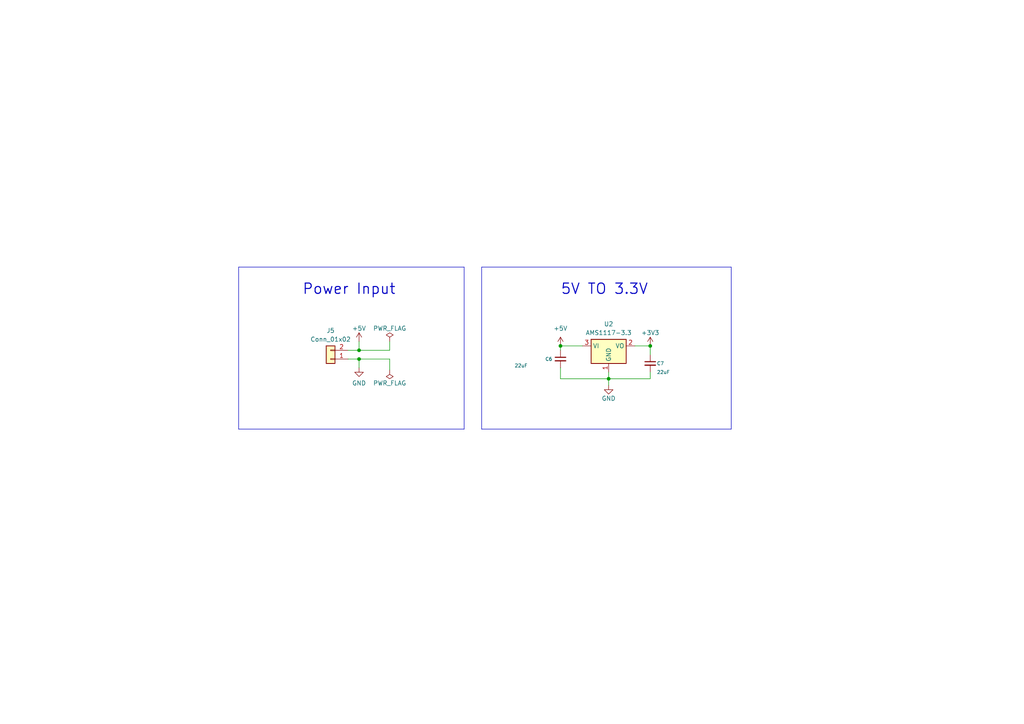
<source format=kicad_sch>
(kicad_sch (version 20230121) (generator eeschema)

  (uuid 4c5a5ec4-0796-4621-be8d-0476be0f2036)

  (paper "A4")

  (lib_symbols
    (symbol "AMS1117-3.3_1" (in_bom yes) (on_board yes)
      (property "Reference" "U" (at -3.81 3.175 0)
        (effects (font (size 1.27 1.27)))
      )
      (property "Value" "AMS1117-3.3" (at 0 3.175 0)
        (effects (font (size 1.27 1.27)) (justify left))
      )
      (property "Footprint" "Package_TO_SOT_SMD:SOT-223-3_TabPin2" (at 0 5.08 0)
        (effects (font (size 1.27 1.27)) hide)
      )
      (property "Datasheet" "http://www.advanced-monolithic.com/pdf/ds1117.pdf" (at 2.54 -6.35 0)
        (effects (font (size 1.27 1.27)) hide)
      )
      (property "ki_keywords" "linear regulator ldo fixed positive" (at 0 0 0)
        (effects (font (size 1.27 1.27)) hide)
      )
      (property "ki_description" "1A Low Dropout regulator, positive, 3.3V fixed output, SOT-223" (at 0 0 0)
        (effects (font (size 1.27 1.27)) hide)
      )
      (property "ki_fp_filters" "SOT?223*TabPin2*" (at 0 0 0)
        (effects (font (size 1.27 1.27)) hide)
      )
      (symbol "AMS1117-3.3_1_0_1"
        (rectangle (start -5.08 -5.08) (end 5.08 1.905)
          (stroke (width 0.254) (type default))
          (fill (type background))
        )
      )
      (symbol "AMS1117-3.3_1_1_1"
        (pin power_in line (at 0 -7.62 90) (length 2.54)
          (name "GND" (effects (font (size 1.27 1.27))))
          (number "1" (effects (font (size 1.27 1.27))))
        )
        (pin power_out line (at 7.62 0 180) (length 2.54)
          (name "VO" (effects (font (size 1.27 1.27))))
          (number "2" (effects (font (size 1.27 1.27))))
        )
        (pin power_in line (at -7.62 0 0) (length 2.54)
          (name "VI" (effects (font (size 1.27 1.27))))
          (number "3" (effects (font (size 1.27 1.27))))
        )
      )
    )
    (symbol "Connector_Generic:Conn_01x02" (pin_names (offset 1.016) hide) (in_bom yes) (on_board yes)
      (property "Reference" "J" (at 0 2.54 0)
        (effects (font (size 1.27 1.27)))
      )
      (property "Value" "Conn_01x02" (at 0 -5.08 0)
        (effects (font (size 1.27 1.27)))
      )
      (property "Footprint" "" (at 0 0 0)
        (effects (font (size 1.27 1.27)) hide)
      )
      (property "Datasheet" "~" (at 0 0 0)
        (effects (font (size 1.27 1.27)) hide)
      )
      (property "ki_keywords" "connector" (at 0 0 0)
        (effects (font (size 1.27 1.27)) hide)
      )
      (property "ki_description" "Generic connector, single row, 01x02, script generated (kicad-library-utils/schlib/autogen/connector/)" (at 0 0 0)
        (effects (font (size 1.27 1.27)) hide)
      )
      (property "ki_fp_filters" "Connector*:*_1x??_*" (at 0 0 0)
        (effects (font (size 1.27 1.27)) hide)
      )
      (symbol "Conn_01x02_1_1"
        (rectangle (start -1.27 -2.413) (end 0 -2.667)
          (stroke (width 0.1524) (type default))
          (fill (type none))
        )
        (rectangle (start -1.27 0.127) (end 0 -0.127)
          (stroke (width 0.1524) (type default))
          (fill (type none))
        )
        (rectangle (start -1.27 1.27) (end 1.27 -3.81)
          (stroke (width 0.254) (type default))
          (fill (type background))
        )
        (pin passive line (at -5.08 0 0) (length 3.81)
          (name "Pin_1" (effects (font (size 1.27 1.27))))
          (number "1" (effects (font (size 1.27 1.27))))
        )
        (pin passive line (at -5.08 -2.54 0) (length 3.81)
          (name "Pin_2" (effects (font (size 1.27 1.27))))
          (number "2" (effects (font (size 1.27 1.27))))
        )
      )
    )
    (symbol "Device:C_Small" (pin_numbers hide) (pin_names (offset 0.254) hide) (in_bom yes) (on_board yes)
      (property "Reference" "C" (at 0.254 1.778 0)
        (effects (font (size 1.27 1.27)) (justify left))
      )
      (property "Value" "C_Small" (at 0.254 -2.032 0)
        (effects (font (size 1.27 1.27)) (justify left))
      )
      (property "Footprint" "" (at 0 0 0)
        (effects (font (size 1.27 1.27)) hide)
      )
      (property "Datasheet" "~" (at 0 0 0)
        (effects (font (size 1.27 1.27)) hide)
      )
      (property "ki_keywords" "capacitor cap" (at 0 0 0)
        (effects (font (size 1.27 1.27)) hide)
      )
      (property "ki_description" "Unpolarized capacitor, small symbol" (at 0 0 0)
        (effects (font (size 1.27 1.27)) hide)
      )
      (property "ki_fp_filters" "C_*" (at 0 0 0)
        (effects (font (size 1.27 1.27)) hide)
      )
      (symbol "C_Small_0_1"
        (polyline
          (pts
            (xy -1.524 -0.508)
            (xy 1.524 -0.508)
          )
          (stroke (width 0.3302) (type default))
          (fill (type none))
        )
        (polyline
          (pts
            (xy -1.524 0.508)
            (xy 1.524 0.508)
          )
          (stroke (width 0.3048) (type default))
          (fill (type none))
        )
      )
      (symbol "C_Small_1_1"
        (pin passive line (at 0 2.54 270) (length 2.032)
          (name "~" (effects (font (size 1.27 1.27))))
          (number "1" (effects (font (size 1.27 1.27))))
        )
        (pin passive line (at 0 -2.54 90) (length 2.032)
          (name "~" (effects (font (size 1.27 1.27))))
          (number "2" (effects (font (size 1.27 1.27))))
        )
      )
    )
    (symbol "power:+3V3" (power) (pin_names (offset 0)) (in_bom yes) (on_board yes)
      (property "Reference" "#PWR" (at 0 -3.81 0)
        (effects (font (size 1.27 1.27)) hide)
      )
      (property "Value" "+3V3" (at 0 3.556 0)
        (effects (font (size 1.27 1.27)))
      )
      (property "Footprint" "" (at 0 0 0)
        (effects (font (size 1.27 1.27)) hide)
      )
      (property "Datasheet" "" (at 0 0 0)
        (effects (font (size 1.27 1.27)) hide)
      )
      (property "ki_keywords" "global power" (at 0 0 0)
        (effects (font (size 1.27 1.27)) hide)
      )
      (property "ki_description" "Power symbol creates a global label with name \"+3V3\"" (at 0 0 0)
        (effects (font (size 1.27 1.27)) hide)
      )
      (symbol "+3V3_0_1"
        (polyline
          (pts
            (xy -0.762 1.27)
            (xy 0 2.54)
          )
          (stroke (width 0) (type default))
          (fill (type none))
        )
        (polyline
          (pts
            (xy 0 0)
            (xy 0 2.54)
          )
          (stroke (width 0) (type default))
          (fill (type none))
        )
        (polyline
          (pts
            (xy 0 2.54)
            (xy 0.762 1.27)
          )
          (stroke (width 0) (type default))
          (fill (type none))
        )
      )
      (symbol "+3V3_1_1"
        (pin power_in line (at 0 0 90) (length 0) hide
          (name "+3V3" (effects (font (size 1.27 1.27))))
          (number "1" (effects (font (size 1.27 1.27))))
        )
      )
    )
    (symbol "power:+5V" (power) (pin_names (offset 0)) (in_bom yes) (on_board yes)
      (property "Reference" "#PWR" (at 0 -3.81 0)
        (effects (font (size 1.27 1.27)) hide)
      )
      (property "Value" "+5V" (at 0 3.556 0)
        (effects (font (size 1.27 1.27)))
      )
      (property "Footprint" "" (at 0 0 0)
        (effects (font (size 1.27 1.27)) hide)
      )
      (property "Datasheet" "" (at 0 0 0)
        (effects (font (size 1.27 1.27)) hide)
      )
      (property "ki_keywords" "global power" (at 0 0 0)
        (effects (font (size 1.27 1.27)) hide)
      )
      (property "ki_description" "Power symbol creates a global label with name \"+5V\"" (at 0 0 0)
        (effects (font (size 1.27 1.27)) hide)
      )
      (symbol "+5V_0_1"
        (polyline
          (pts
            (xy -0.762 1.27)
            (xy 0 2.54)
          )
          (stroke (width 0) (type default))
          (fill (type none))
        )
        (polyline
          (pts
            (xy 0 0)
            (xy 0 2.54)
          )
          (stroke (width 0) (type default))
          (fill (type none))
        )
        (polyline
          (pts
            (xy 0 2.54)
            (xy 0.762 1.27)
          )
          (stroke (width 0) (type default))
          (fill (type none))
        )
      )
      (symbol "+5V_1_1"
        (pin power_in line (at 0 0 90) (length 0) hide
          (name "+5V" (effects (font (size 1.27 1.27))))
          (number "1" (effects (font (size 1.27 1.27))))
        )
      )
    )
    (symbol "power:GND" (power) (pin_names (offset 0)) (in_bom yes) (on_board yes)
      (property "Reference" "#PWR" (at 0 -6.35 0)
        (effects (font (size 1.27 1.27)) hide)
      )
      (property "Value" "GND" (at 0 -3.81 0)
        (effects (font (size 1.27 1.27)))
      )
      (property "Footprint" "" (at 0 0 0)
        (effects (font (size 1.27 1.27)) hide)
      )
      (property "Datasheet" "" (at 0 0 0)
        (effects (font (size 1.27 1.27)) hide)
      )
      (property "ki_keywords" "global power" (at 0 0 0)
        (effects (font (size 1.27 1.27)) hide)
      )
      (property "ki_description" "Power symbol creates a global label with name \"GND\" , ground" (at 0 0 0)
        (effects (font (size 1.27 1.27)) hide)
      )
      (symbol "GND_0_1"
        (polyline
          (pts
            (xy 0 0)
            (xy 0 -1.27)
            (xy 1.27 -1.27)
            (xy 0 -2.54)
            (xy -1.27 -1.27)
            (xy 0 -1.27)
          )
          (stroke (width 0) (type default))
          (fill (type none))
        )
      )
      (symbol "GND_1_1"
        (pin power_in line (at 0 0 270) (length 0) hide
          (name "GND" (effects (font (size 1.27 1.27))))
          (number "1" (effects (font (size 1.27 1.27))))
        )
      )
    )
    (symbol "power:PWR_FLAG" (power) (pin_numbers hide) (pin_names (offset 0) hide) (in_bom yes) (on_board yes)
      (property "Reference" "#FLG" (at 0 1.905 0)
        (effects (font (size 1.27 1.27)) hide)
      )
      (property "Value" "PWR_FLAG" (at 0 3.81 0)
        (effects (font (size 1.27 1.27)))
      )
      (property "Footprint" "" (at 0 0 0)
        (effects (font (size 1.27 1.27)) hide)
      )
      (property "Datasheet" "~" (at 0 0 0)
        (effects (font (size 1.27 1.27)) hide)
      )
      (property "ki_keywords" "flag power" (at 0 0 0)
        (effects (font (size 1.27 1.27)) hide)
      )
      (property "ki_description" "Special symbol for telling ERC where power comes from" (at 0 0 0)
        (effects (font (size 1.27 1.27)) hide)
      )
      (symbol "PWR_FLAG_0_0"
        (pin power_out line (at 0 0 90) (length 0)
          (name "pwr" (effects (font (size 1.27 1.27))))
          (number "1" (effects (font (size 1.27 1.27))))
        )
      )
      (symbol "PWR_FLAG_0_1"
        (polyline
          (pts
            (xy 0 0)
            (xy 0 1.27)
            (xy -1.016 1.905)
            (xy 0 2.54)
            (xy 1.016 1.905)
            (xy 0 1.27)
          )
          (stroke (width 0) (type default))
          (fill (type none))
        )
      )
    )
  )

  (junction (at 162.56 100.33) (diameter 0) (color 0 0 0 0)
    (uuid 6bc1486e-e2d3-4154-b5cb-e6bfa1598ee8)
  )
  (junction (at 104.14 101.6) (diameter 0) (color 0 0 0 0)
    (uuid 8bf3cda4-87ac-4345-b87e-2215598430cf)
  )
  (junction (at 188.595 100.33) (diameter 0) (color 0 0 0 0)
    (uuid 9c9fffb5-e931-4662-8e6c-abd94b5fa03d)
  )
  (junction (at 176.53 109.855) (diameter 0) (color 0 0 0 0)
    (uuid b34e9fea-cbb5-49a5-b439-f163610c4387)
  )
  (junction (at 104.14 104.14) (diameter 0) (color 0 0 0 0)
    (uuid ebb25059-658d-4dd7-99b2-c30bc68f246e)
  )

  (polyline (pts (xy 134.62 77.47) (xy 69.215 77.47))
    (stroke (width 0) (type default))
    (uuid 013e9c7b-2278-4e07-bfb7-fb9eb843f35b)
  )

  (wire (pts (xy 162.56 100.33) (xy 168.91 100.33))
    (stroke (width 0) (type default))
    (uuid 077efb2b-98e1-4b8b-a58d-6220ca603fdc)
  )
  (wire (pts (xy 113.03 101.6) (xy 104.14 101.6))
    (stroke (width 0) (type default))
    (uuid 09ba721d-e637-4751-9311-3ab1e89c0cba)
  )
  (wire (pts (xy 104.14 99.06) (xy 104.14 101.6))
    (stroke (width 0) (type default))
    (uuid 27e43c98-6772-45e5-b025-51c24283ac61)
  )
  (wire (pts (xy 162.56 109.855) (xy 176.53 109.855))
    (stroke (width 0) (type default))
    (uuid 33029fbf-2fd4-4239-bd14-14e30f0f284c)
  )
  (wire (pts (xy 176.53 109.855) (xy 188.595 109.855))
    (stroke (width 0) (type default))
    (uuid 38ef39ad-ddcb-433e-89a1-83cde84e7e02)
  )
  (wire (pts (xy 113.03 99.06) (xy 113.03 101.6))
    (stroke (width 0) (type default))
    (uuid 482255a4-5256-4fea-b9d4-95152a567855)
  )
  (polyline (pts (xy 139.7 77.47) (xy 139.7 124.46))
    (stroke (width 0) (type default))
    (uuid 50836ac2-269e-47c4-aa99-77058afc4e17)
  )

  (wire (pts (xy 188.595 100.33) (xy 188.595 102.87))
    (stroke (width 0) (type default))
    (uuid 5088530e-80fe-4d53-936c-e65a83b4e333)
  )
  (wire (pts (xy 176.53 107.95) (xy 176.53 109.855))
    (stroke (width 0) (type default))
    (uuid 6b35eb2c-8c16-4dd9-9390-8c820bc1340a)
  )
  (wire (pts (xy 162.56 106.68) (xy 162.56 109.855))
    (stroke (width 0) (type default))
    (uuid 7eda671b-2dca-4a4e-ab2a-396aad5490db)
  )
  (polyline (pts (xy 69.215 77.47) (xy 69.215 124.46))
    (stroke (width 0) (type default))
    (uuid 824333eb-9663-4a42-a7aa-017b6ce08e64)
  )
  (polyline (pts (xy 69.215 124.46) (xy 134.62 124.46))
    (stroke (width 0) (type default))
    (uuid 85945ce7-2d6d-4788-8edf-51286302530b)
  )

  (wire (pts (xy 184.15 100.33) (xy 188.595 100.33))
    (stroke (width 0) (type default))
    (uuid 872f7aa0-afd4-4856-8913-924a12ffc617)
  )
  (polyline (pts (xy 139.7 77.47) (xy 212.09 77.47))
    (stroke (width 0) (type default))
    (uuid 8a2fe468-46b9-435d-8504-8c131bcc280c)
  )

  (wire (pts (xy 188.595 107.95) (xy 188.595 109.855))
    (stroke (width 0) (type default))
    (uuid a102bad8-8406-4b02-b5f9-e9d23d1bc678)
  )
  (polyline (pts (xy 212.09 124.46) (xy 212.09 77.47))
    (stroke (width 0) (type default))
    (uuid b889b79f-0476-4370-8ae4-efc912ad32ff)
  )

  (wire (pts (xy 176.53 109.855) (xy 176.53 111.76))
    (stroke (width 0) (type default))
    (uuid bd9ed7b6-bdd9-40c0-95f6-21b0d28d4032)
  )
  (polyline (pts (xy 139.7 124.46) (xy 212.09 124.46))
    (stroke (width 0) (type default))
    (uuid c3d2d59b-ff4f-4955-bd22-31d12e763f90)
  )

  (wire (pts (xy 100.965 104.14) (xy 104.14 104.14))
    (stroke (width 0) (type default))
    (uuid d6f23660-feeb-46b2-b390-09129c6e1eb2)
  )
  (wire (pts (xy 104.14 104.14) (xy 104.14 106.68))
    (stroke (width 0) (type default))
    (uuid dca0a4c3-ed73-4f98-a90a-d6418159e696)
  )
  (polyline (pts (xy 134.62 124.46) (xy 134.62 77.47))
    (stroke (width 0) (type default))
    (uuid e0a65228-e8ac-4310-a9c1-67e0dd4cab4a)
  )

  (wire (pts (xy 104.14 101.6) (xy 100.965 101.6))
    (stroke (width 0) (type default))
    (uuid ed9277da-2372-41ca-b119-9734f6eabb9a)
  )
  (wire (pts (xy 113.03 107.315) (xy 113.03 104.14))
    (stroke (width 0) (type default))
    (uuid fb6b6273-c7ac-42a3-8b41-cf0a0a1e4d7d)
  )
  (wire (pts (xy 162.56 100.33) (xy 162.56 101.6))
    (stroke (width 0) (type default))
    (uuid fc478f3f-18b9-415e-8ce2-72142d4896f6)
  )
  (wire (pts (xy 113.03 104.14) (xy 104.14 104.14))
    (stroke (width 0) (type default))
    (uuid fcbc3d5c-a766-4ea3-bc0b-45a31d889d4f)
  )

  (text "5V TO 3.3V\n" (at 162.56 85.725 0)
    (effects (font (size 3 3) (thickness 0.3) bold) (justify left bottom))
    (uuid 3b6dd4ee-11c2-4737-a9fa-7ec95710931c)
  )
  (text "Power Input\n" (at 87.63 85.725 0)
    (effects (font (size 3 3) (thickness 0.3) bold) (justify left bottom))
    (uuid faaf8e94-8818-4f6e-9b2f-9b31d5724f20)
  )

  (symbol (lib_id "Connector_Generic:Conn_01x02") (at 95.885 104.14 180) (unit 1)
    (in_bom yes) (on_board yes) (dnp no) (fields_autoplaced)
    (uuid 1638163a-ee2e-4f99-8e33-1f4991973f9a)
    (property "Reference" "J5" (at 95.885 95.885 0)
      (effects (font (size 1.27 1.27)))
    )
    (property "Value" "Conn_01x02" (at 95.885 98.425 0)
      (effects (font (size 1.27 1.27)))
    )
    (property "Footprint" "Connector_PinHeader_2.54mm:PinHeader_1x02_P2.54mm_Vertical" (at 95.885 104.14 0)
      (effects (font (size 1.27 1.27)) hide)
    )
    (property "Datasheet" "~" (at 95.885 104.14 0)
      (effects (font (size 1.27 1.27)) hide)
    )
    (pin "1" (uuid 1fa6eedf-1a4d-423b-be90-a1916caf100b))
    (pin "2" (uuid cb342125-ea2b-4c6d-ac64-5a111018e703))
    (instances
      (project "MoodLamp"
        (path "/e63e39d7-6ac0-4ffd-8aa3-1841a4541b55/8fa9f40e-edb8-49d8-8f32-2ecbcb150ffb"
          (reference "J5") (unit 1)
        )
      )
    )
  )

  (symbol (lib_id "power:PWR_FLAG") (at 113.03 107.315 180) (unit 1)
    (in_bom yes) (on_board yes) (dnp no)
    (uuid 31c3a5c4-de43-4b92-b264-585792504af0)
    (property "Reference" "#FLG02" (at 113.03 109.22 0)
      (effects (font (size 1.27 1.27)) hide)
    )
    (property "Value" "PWR_FLAG" (at 113.03 111.125 0)
      (effects (font (size 1.27 1.27)))
    )
    (property "Footprint" "" (at 113.03 107.315 0)
      (effects (font (size 1.27 1.27)) hide)
    )
    (property "Datasheet" "~" (at 113.03 107.315 0)
      (effects (font (size 1.27 1.27)) hide)
    )
    (pin "1" (uuid bfa8045f-587c-44ba-8472-081052113632))
    (instances
      (project "MoodLamp"
        (path "/e63e39d7-6ac0-4ffd-8aa3-1841a4541b55/8fa9f40e-edb8-49d8-8f32-2ecbcb150ffb"
          (reference "#FLG02") (unit 1)
        )
      )
    )
  )

  (symbol (lib_id "power:GND") (at 176.53 111.76 0) (unit 1)
    (in_bom yes) (on_board yes) (dnp no)
    (uuid 4eb81848-e3a5-493f-983d-3a477c8261d1)
    (property "Reference" "#PWR015" (at 176.53 118.11 0)
      (effects (font (size 1.27 1.27)) hide)
    )
    (property "Value" "GND" (at 176.53 115.57 0)
      (effects (font (size 1.27 1.27)))
    )
    (property "Footprint" "" (at 176.53 111.76 0)
      (effects (font (size 1.27 1.27)) hide)
    )
    (property "Datasheet" "" (at 176.53 111.76 0)
      (effects (font (size 1.27 1.27)) hide)
    )
    (pin "1" (uuid a9987a6c-fb6e-4fe3-b37f-366c5d0b0a30))
    (instances
      (project "MoodLamp"
        (path "/e63e39d7-6ac0-4ffd-8aa3-1841a4541b55/8fa9f40e-edb8-49d8-8f32-2ecbcb150ffb"
          (reference "#PWR015") (unit 1)
        )
      )
    )
  )

  (symbol (lib_name "AMS1117-3.3_1") (lib_id "Regulator_Linear:AMS1117-3.3") (at 176.53 100.33 0) (unit 1)
    (in_bom yes) (on_board yes) (dnp no) (fields_autoplaced)
    (uuid 5a1d9f54-0276-498e-a299-03037d02d574)
    (property "Reference" "U2" (at 176.53 93.98 0)
      (effects (font (size 1.27 1.27)))
    )
    (property "Value" "AMS1117-3.3" (at 176.53 96.52 0)
      (effects (font (size 1.27 1.27)))
    )
    (property "Footprint" "Package_TO_SOT_SMD:SOT-223-3_TabPin2" (at 176.53 95.25 0)
      (effects (font (size 1.27 1.27)) hide)
    )
    (property "Datasheet" "http://www.advanced-monolithic.com/pdf/ds1117.pdf" (at 179.07 106.68 0)
      (effects (font (size 1.27 1.27)) hide)
    )
    (property "MPN" "AMS1117-3.3" (at 176.53 100.33 0)
      (effects (font (size 1.27 1.27)) hide)
    )
    (property "Vendor" "JLCPCB" (at 176.53 100.33 0)
      (effects (font (size 1.27 1.27)) hide)
    )
    (pin "1" (uuid e3c790b3-eb02-461f-83f0-583648c465f0))
    (pin "2" (uuid 6e379a23-5536-45ae-ad68-0cebdc22ae11))
    (pin "3" (uuid 3eb6e3d4-1c16-439b-be22-004ca986066a))
    (instances
      (project "MoodLamp"
        (path "/e63e39d7-6ac0-4ffd-8aa3-1841a4541b55/8fa9f40e-edb8-49d8-8f32-2ecbcb150ffb"
          (reference "U2") (unit 1)
        )
      )
    )
  )

  (symbol (lib_id "power:+3V3") (at 188.595 100.33 0) (unit 1)
    (in_bom yes) (on_board yes) (dnp no) (fields_autoplaced)
    (uuid 6c8e3a99-aad3-483a-8128-ec1009cb66d7)
    (property "Reference" "#PWR016" (at 188.595 104.14 0)
      (effects (font (size 1.27 1.27)) hide)
    )
    (property "Value" "+3V3" (at 188.595 96.52 0)
      (effects (font (size 1.27 1.27)))
    )
    (property "Footprint" "" (at 188.595 100.33 0)
      (effects (font (size 1.27 1.27)) hide)
    )
    (property "Datasheet" "" (at 188.595 100.33 0)
      (effects (font (size 1.27 1.27)) hide)
    )
    (pin "1" (uuid aa8a1f82-35fa-4250-aa2f-c28fb8cb9261))
    (instances
      (project "MoodLamp"
        (path "/e63e39d7-6ac0-4ffd-8aa3-1841a4541b55/8fa9f40e-edb8-49d8-8f32-2ecbcb150ffb"
          (reference "#PWR016") (unit 1)
        )
      )
    )
  )

  (symbol (lib_id "power:+5V") (at 104.14 99.06 0) (unit 1)
    (in_bom yes) (on_board yes) (dnp no)
    (uuid 7c221d51-9170-45d1-a04f-904a24d8f92e)
    (property "Reference" "#PWR012" (at 104.14 102.87 0)
      (effects (font (size 1.27 1.27)) hide)
    )
    (property "Value" "+5V" (at 104.14 95.25 0)
      (effects (font (size 1.27 1.27)))
    )
    (property "Footprint" "" (at 104.14 99.06 0)
      (effects (font (size 1.27 1.27)) hide)
    )
    (property "Datasheet" "" (at 104.14 99.06 0)
      (effects (font (size 1.27 1.27)) hide)
    )
    (pin "1" (uuid 2e9cd419-4bca-47b8-bad3-f12aea356041))
    (instances
      (project "MoodLamp"
        (path "/e63e39d7-6ac0-4ffd-8aa3-1841a4541b55/8fa9f40e-edb8-49d8-8f32-2ecbcb150ffb"
          (reference "#PWR012") (unit 1)
        )
      )
    )
  )

  (symbol (lib_id "Device:C_Small") (at 188.595 105.41 0) (unit 1)
    (in_bom yes) (on_board yes) (dnp no)
    (uuid 8dc72ce4-31a4-42bc-a79e-ee475d57b9f6)
    (property "Reference" "C7" (at 190.5 105.41 0)
      (effects (font (size 0.9906 0.9906)) (justify left))
    )
    (property "Value" "22uF" (at 190.5 107.95 0)
      (effects (font (size 0.9906 0.9906)) (justify left))
    )
    (property "Footprint" "Capacitor_SMD:C_1206_3216Metric" (at 188.595 105.41 0)
      (effects (font (size 1.27 1.27)) hide)
    )
    (property "Datasheet" "~" (at 188.595 105.41 0)
      (effects (font (size 1.27 1.27)) hide)
    )
    (property "MPN" "CL31A226KPHNNNE" (at 188.595 105.41 0)
      (effects (font (size 1.27 1.27)) hide)
    )
    (property "Vendor" "JLCPCB" (at 188.595 105.41 0)
      (effects (font (size 1.27 1.27)) hide)
    )
    (pin "1" (uuid a29f56a7-18b5-490c-bb44-df74b5eb3aa1))
    (pin "2" (uuid bf89cb99-54db-442e-a678-7cfa4cc662a1))
    (instances
      (project "MoodLamp"
        (path "/e63e39d7-6ac0-4ffd-8aa3-1841a4541b55/8fa9f40e-edb8-49d8-8f32-2ecbcb150ffb"
          (reference "C7") (unit 1)
        )
      )
    )
  )

  (symbol (lib_id "power:+5V") (at 162.56 100.33 0) (mirror y) (unit 1)
    (in_bom yes) (on_board yes) (dnp no) (fields_autoplaced)
    (uuid 954657f2-ccdd-4b62-9c52-898615dd380b)
    (property "Reference" "#PWR014" (at 162.56 104.14 0)
      (effects (font (size 1.27 1.27)) hide)
    )
    (property "Value" "+5V" (at 162.56 95.25 0)
      (effects (font (size 1.27 1.27)))
    )
    (property "Footprint" "" (at 162.56 100.33 0)
      (effects (font (size 1.27 1.27)) hide)
    )
    (property "Datasheet" "" (at 162.56 100.33 0)
      (effects (font (size 1.27 1.27)) hide)
    )
    (pin "1" (uuid ceae8f28-ad1c-4092-8ce0-e4f13b4f752a))
    (instances
      (project "MoodLamp"
        (path "/e63e39d7-6ac0-4ffd-8aa3-1841a4541b55/8fa9f40e-edb8-49d8-8f32-2ecbcb150ffb"
          (reference "#PWR014") (unit 1)
        )
      )
    )
  )

  (symbol (lib_id "power:GND") (at 104.14 106.68 0) (unit 1)
    (in_bom yes) (on_board yes) (dnp no) (fields_autoplaced)
    (uuid a8d4bc8a-639b-4fd8-aeb4-c0ddfdb332d8)
    (property "Reference" "#PWR013" (at 104.14 113.03 0)
      (effects (font (size 1.27 1.27)) hide)
    )
    (property "Value" "GND" (at 104.14 111.125 0)
      (effects (font (size 1.27 1.27)))
    )
    (property "Footprint" "" (at 104.14 106.68 0)
      (effects (font (size 1.27 1.27)) hide)
    )
    (property "Datasheet" "" (at 104.14 106.68 0)
      (effects (font (size 1.27 1.27)) hide)
    )
    (pin "1" (uuid def18269-a326-41b0-a91f-e0b86d0f62b4))
    (instances
      (project "MoodLamp"
        (path "/e63e39d7-6ac0-4ffd-8aa3-1841a4541b55/8fa9f40e-edb8-49d8-8f32-2ecbcb150ffb"
          (reference "#PWR013") (unit 1)
        )
      )
    )
  )

  (symbol (lib_id "Device:C_Small") (at 162.56 104.14 0) (unit 1)
    (in_bom yes) (on_board yes) (dnp no)
    (uuid aeaf2554-c305-426e-a20b-1d2ccb0e55e2)
    (property "Reference" "C6" (at 158.115 104.14 0)
      (effects (font (size 0.9906 0.9906)) (justify left))
    )
    (property "Value" "22uF" (at 149.225 106.045 0)
      (effects (font (size 0.9906 0.9906)) (justify left))
    )
    (property "Footprint" "Capacitor_SMD:C_1206_3216Metric" (at 162.56 104.14 0)
      (effects (font (size 1.27 1.27)) hide)
    )
    (property "Datasheet" "~" (at 162.56 104.14 0)
      (effects (font (size 1.27 1.27)) hide)
    )
    (property "MPN" "CL31A226KPHNNNE" (at 162.56 104.14 0)
      (effects (font (size 1.27 1.27)) hide)
    )
    (property "Vendor" "JLCPCB" (at 162.56 104.14 0)
      (effects (font (size 1.27 1.27)) hide)
    )
    (pin "1" (uuid f5d0018e-243e-4fa6-8df3-d3400d7583c5))
    (pin "2" (uuid 5b38c09e-9a02-48df-8d21-d7eb92fff66f))
    (instances
      (project "MoodLamp"
        (path "/e63e39d7-6ac0-4ffd-8aa3-1841a4541b55/8fa9f40e-edb8-49d8-8f32-2ecbcb150ffb"
          (reference "C6") (unit 1)
        )
      )
    )
  )

  (symbol (lib_id "power:PWR_FLAG") (at 113.03 99.06 0) (unit 1)
    (in_bom yes) (on_board yes) (dnp no)
    (uuid d1fecede-7565-4e27-95ba-69358dd60580)
    (property "Reference" "#FLG01" (at 113.03 97.155 0)
      (effects (font (size 1.27 1.27)) hide)
    )
    (property "Value" "PWR_FLAG" (at 113.03 95.25 0)
      (effects (font (size 1.27 1.27)))
    )
    (property "Footprint" "" (at 113.03 99.06 0)
      (effects (font (size 1.27 1.27)) hide)
    )
    (property "Datasheet" "~" (at 113.03 99.06 0)
      (effects (font (size 1.27 1.27)) hide)
    )
    (pin "1" (uuid 7aad3a2b-2e57-47b8-929e-a24335947637))
    (instances
      (project "MoodLamp"
        (path "/e63e39d7-6ac0-4ffd-8aa3-1841a4541b55/8fa9f40e-edb8-49d8-8f32-2ecbcb150ffb"
          (reference "#FLG01") (unit 1)
        )
      )
    )
  )
)

</source>
